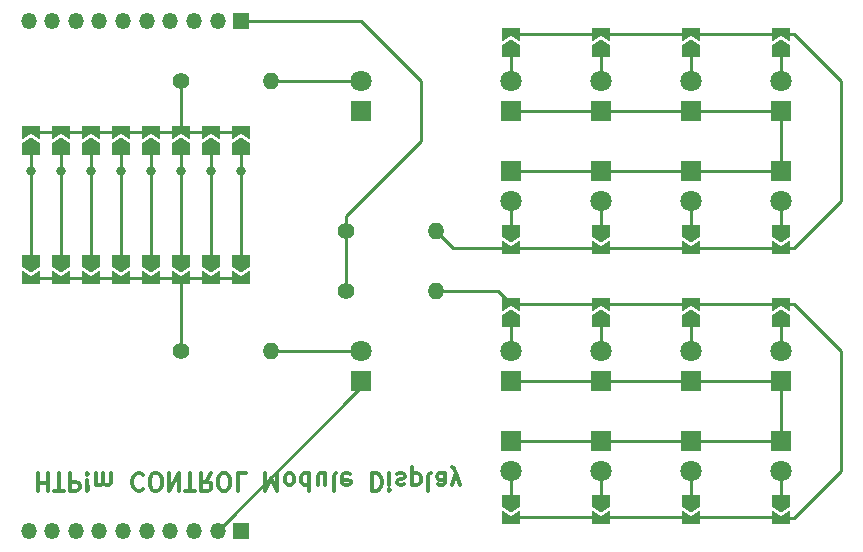
<source format=gbl>
%TF.GenerationSoftware,KiCad,Pcbnew,7.0.7*%
%TF.CreationDate,2023-10-07T17:43:20-07:00*%
%TF.ProjectId,htpm_control_display,6874706d-5f63-46f6-9e74-726f6c5f6469,1*%
%TF.SameCoordinates,Original*%
%TF.FileFunction,Copper,L2,Bot*%
%TF.FilePolarity,Positive*%
%FSLAX46Y46*%
G04 Gerber Fmt 4.6, Leading zero omitted, Abs format (unit mm)*
G04 Created by KiCad (PCBNEW 7.0.7) date 2023-10-07 17:43:20*
%MOMM*%
%LPD*%
G01*
G04 APERTURE LIST*
G04 Aperture macros list*
%AMFreePoly0*
4,1,6,1.000000,0.000000,0.500000,-0.750000,-0.500000,-0.750000,-0.500000,0.750000,0.500000,0.750000,1.000000,0.000000,1.000000,0.000000,$1*%
%AMFreePoly1*
4,1,6,0.500000,-0.750000,-0.650000,-0.750000,-0.150000,0.000000,-0.650000,0.750000,0.500000,0.750000,0.500000,-0.750000,0.500000,-0.750000,$1*%
G04 Aperture macros list end*
%ADD10C,0.300000*%
%TA.AperFunction,NonConductor*%
%ADD11C,0.300000*%
%TD*%
%TA.AperFunction,ComponentPad*%
%ADD12R,1.800000X1.800000*%
%TD*%
%TA.AperFunction,ComponentPad*%
%ADD13C,1.800000*%
%TD*%
%TA.AperFunction,ComponentPad*%
%ADD14C,1.400000*%
%TD*%
%TA.AperFunction,ComponentPad*%
%ADD15O,1.400000X1.400000*%
%TD*%
%TA.AperFunction,ComponentPad*%
%ADD16R,1.350000X1.350000*%
%TD*%
%TA.AperFunction,ComponentPad*%
%ADD17O,1.350000X1.350000*%
%TD*%
%TA.AperFunction,SMDPad,CuDef*%
%ADD18FreePoly0,90.000000*%
%TD*%
%TA.AperFunction,SMDPad,CuDef*%
%ADD19FreePoly1,90.000000*%
%TD*%
%TA.AperFunction,SMDPad,CuDef*%
%ADD20FreePoly0,270.000000*%
%TD*%
%TA.AperFunction,SMDPad,CuDef*%
%ADD21FreePoly1,270.000000*%
%TD*%
%TA.AperFunction,ViaPad*%
%ADD22C,0.800000*%
%TD*%
%TA.AperFunction,Conductor*%
%ADD23C,0.250000*%
%TD*%
G04 APERTURE END LIST*
D10*
D11*
X114854510Y-114499171D02*
X114854510Y-115999171D01*
X114854510Y-115284885D02*
X115711653Y-115284885D01*
X115711653Y-114499171D02*
X115711653Y-115999171D01*
X116211654Y-115999171D02*
X117068797Y-115999171D01*
X116640225Y-114499171D02*
X116640225Y-115999171D01*
X117568796Y-114499171D02*
X117568796Y-115999171D01*
X117568796Y-115999171D02*
X118140225Y-115999171D01*
X118140225Y-115999171D02*
X118283082Y-115927742D01*
X118283082Y-115927742D02*
X118354511Y-115856314D01*
X118354511Y-115856314D02*
X118425939Y-115713457D01*
X118425939Y-115713457D02*
X118425939Y-115499171D01*
X118425939Y-115499171D02*
X118354511Y-115356314D01*
X118354511Y-115356314D02*
X118283082Y-115284885D01*
X118283082Y-115284885D02*
X118140225Y-115213457D01*
X118140225Y-115213457D02*
X117568796Y-115213457D01*
X119068796Y-114642028D02*
X119140225Y-114570600D01*
X119140225Y-114570600D02*
X119068796Y-114499171D01*
X119068796Y-114499171D02*
X118997368Y-114570600D01*
X118997368Y-114570600D02*
X119068796Y-114642028D01*
X119068796Y-114642028D02*
X119068796Y-114499171D01*
X119068796Y-115070600D02*
X118997368Y-115927742D01*
X118997368Y-115927742D02*
X119068796Y-115999171D01*
X119068796Y-115999171D02*
X119140225Y-115927742D01*
X119140225Y-115927742D02*
X119068796Y-115070600D01*
X119068796Y-115070600D02*
X119068796Y-115999171D01*
X119783082Y-114499171D02*
X119783082Y-115499171D01*
X119783082Y-115356314D02*
X119854511Y-115427742D01*
X119854511Y-115427742D02*
X119997368Y-115499171D01*
X119997368Y-115499171D02*
X120211654Y-115499171D01*
X120211654Y-115499171D02*
X120354511Y-115427742D01*
X120354511Y-115427742D02*
X120425940Y-115284885D01*
X120425940Y-115284885D02*
X120425940Y-114499171D01*
X120425940Y-115284885D02*
X120497368Y-115427742D01*
X120497368Y-115427742D02*
X120640225Y-115499171D01*
X120640225Y-115499171D02*
X120854511Y-115499171D01*
X120854511Y-115499171D02*
X120997368Y-115427742D01*
X120997368Y-115427742D02*
X121068797Y-115284885D01*
X121068797Y-115284885D02*
X121068797Y-114499171D01*
X123783082Y-114642028D02*
X123711654Y-114570600D01*
X123711654Y-114570600D02*
X123497368Y-114499171D01*
X123497368Y-114499171D02*
X123354511Y-114499171D01*
X123354511Y-114499171D02*
X123140225Y-114570600D01*
X123140225Y-114570600D02*
X122997368Y-114713457D01*
X122997368Y-114713457D02*
X122925939Y-114856314D01*
X122925939Y-114856314D02*
X122854511Y-115142028D01*
X122854511Y-115142028D02*
X122854511Y-115356314D01*
X122854511Y-115356314D02*
X122925939Y-115642028D01*
X122925939Y-115642028D02*
X122997368Y-115784885D01*
X122997368Y-115784885D02*
X123140225Y-115927742D01*
X123140225Y-115927742D02*
X123354511Y-115999171D01*
X123354511Y-115999171D02*
X123497368Y-115999171D01*
X123497368Y-115999171D02*
X123711654Y-115927742D01*
X123711654Y-115927742D02*
X123783082Y-115856314D01*
X124711654Y-115999171D02*
X124997368Y-115999171D01*
X124997368Y-115999171D02*
X125140225Y-115927742D01*
X125140225Y-115927742D02*
X125283082Y-115784885D01*
X125283082Y-115784885D02*
X125354511Y-115499171D01*
X125354511Y-115499171D02*
X125354511Y-114999171D01*
X125354511Y-114999171D02*
X125283082Y-114713457D01*
X125283082Y-114713457D02*
X125140225Y-114570600D01*
X125140225Y-114570600D02*
X124997368Y-114499171D01*
X124997368Y-114499171D02*
X124711654Y-114499171D01*
X124711654Y-114499171D02*
X124568797Y-114570600D01*
X124568797Y-114570600D02*
X124425939Y-114713457D01*
X124425939Y-114713457D02*
X124354511Y-114999171D01*
X124354511Y-114999171D02*
X124354511Y-115499171D01*
X124354511Y-115499171D02*
X124425939Y-115784885D01*
X124425939Y-115784885D02*
X124568797Y-115927742D01*
X124568797Y-115927742D02*
X124711654Y-115999171D01*
X125997368Y-114499171D02*
X125997368Y-115999171D01*
X125997368Y-115999171D02*
X126854511Y-114499171D01*
X126854511Y-114499171D02*
X126854511Y-115999171D01*
X127354512Y-115999171D02*
X128211655Y-115999171D01*
X127783083Y-114499171D02*
X127783083Y-115999171D01*
X129568797Y-114499171D02*
X129068797Y-115213457D01*
X128711654Y-114499171D02*
X128711654Y-115999171D01*
X128711654Y-115999171D02*
X129283083Y-115999171D01*
X129283083Y-115999171D02*
X129425940Y-115927742D01*
X129425940Y-115927742D02*
X129497369Y-115856314D01*
X129497369Y-115856314D02*
X129568797Y-115713457D01*
X129568797Y-115713457D02*
X129568797Y-115499171D01*
X129568797Y-115499171D02*
X129497369Y-115356314D01*
X129497369Y-115356314D02*
X129425940Y-115284885D01*
X129425940Y-115284885D02*
X129283083Y-115213457D01*
X129283083Y-115213457D02*
X128711654Y-115213457D01*
X130497369Y-115999171D02*
X130783083Y-115999171D01*
X130783083Y-115999171D02*
X130925940Y-115927742D01*
X130925940Y-115927742D02*
X131068797Y-115784885D01*
X131068797Y-115784885D02*
X131140226Y-115499171D01*
X131140226Y-115499171D02*
X131140226Y-114999171D01*
X131140226Y-114999171D02*
X131068797Y-114713457D01*
X131068797Y-114713457D02*
X130925940Y-114570600D01*
X130925940Y-114570600D02*
X130783083Y-114499171D01*
X130783083Y-114499171D02*
X130497369Y-114499171D01*
X130497369Y-114499171D02*
X130354512Y-114570600D01*
X130354512Y-114570600D02*
X130211654Y-114713457D01*
X130211654Y-114713457D02*
X130140226Y-114999171D01*
X130140226Y-114999171D02*
X130140226Y-115499171D01*
X130140226Y-115499171D02*
X130211654Y-115784885D01*
X130211654Y-115784885D02*
X130354512Y-115927742D01*
X130354512Y-115927742D02*
X130497369Y-115999171D01*
X132497369Y-114499171D02*
X131783083Y-114499171D01*
X131783083Y-114499171D02*
X131783083Y-115999171D01*
X134140226Y-114499171D02*
X134140226Y-115999171D01*
X134140226Y-115999171D02*
X134640226Y-114927742D01*
X134640226Y-114927742D02*
X135140226Y-115999171D01*
X135140226Y-115999171D02*
X135140226Y-114499171D01*
X136068798Y-114499171D02*
X135925941Y-114570600D01*
X135925941Y-114570600D02*
X135854512Y-114642028D01*
X135854512Y-114642028D02*
X135783084Y-114784885D01*
X135783084Y-114784885D02*
X135783084Y-115213457D01*
X135783084Y-115213457D02*
X135854512Y-115356314D01*
X135854512Y-115356314D02*
X135925941Y-115427742D01*
X135925941Y-115427742D02*
X136068798Y-115499171D01*
X136068798Y-115499171D02*
X136283084Y-115499171D01*
X136283084Y-115499171D02*
X136425941Y-115427742D01*
X136425941Y-115427742D02*
X136497370Y-115356314D01*
X136497370Y-115356314D02*
X136568798Y-115213457D01*
X136568798Y-115213457D02*
X136568798Y-114784885D01*
X136568798Y-114784885D02*
X136497370Y-114642028D01*
X136497370Y-114642028D02*
X136425941Y-114570600D01*
X136425941Y-114570600D02*
X136283084Y-114499171D01*
X136283084Y-114499171D02*
X136068798Y-114499171D01*
X137854513Y-114499171D02*
X137854513Y-115999171D01*
X137854513Y-114570600D02*
X137711655Y-114499171D01*
X137711655Y-114499171D02*
X137425941Y-114499171D01*
X137425941Y-114499171D02*
X137283084Y-114570600D01*
X137283084Y-114570600D02*
X137211655Y-114642028D01*
X137211655Y-114642028D02*
X137140227Y-114784885D01*
X137140227Y-114784885D02*
X137140227Y-115213457D01*
X137140227Y-115213457D02*
X137211655Y-115356314D01*
X137211655Y-115356314D02*
X137283084Y-115427742D01*
X137283084Y-115427742D02*
X137425941Y-115499171D01*
X137425941Y-115499171D02*
X137711655Y-115499171D01*
X137711655Y-115499171D02*
X137854513Y-115427742D01*
X139211656Y-115499171D02*
X139211656Y-114499171D01*
X138568798Y-115499171D02*
X138568798Y-114713457D01*
X138568798Y-114713457D02*
X138640227Y-114570600D01*
X138640227Y-114570600D02*
X138783084Y-114499171D01*
X138783084Y-114499171D02*
X138997370Y-114499171D01*
X138997370Y-114499171D02*
X139140227Y-114570600D01*
X139140227Y-114570600D02*
X139211656Y-114642028D01*
X140140227Y-114499171D02*
X139997370Y-114570600D01*
X139997370Y-114570600D02*
X139925941Y-114713457D01*
X139925941Y-114713457D02*
X139925941Y-115999171D01*
X141283084Y-114570600D02*
X141140227Y-114499171D01*
X141140227Y-114499171D02*
X140854513Y-114499171D01*
X140854513Y-114499171D02*
X140711655Y-114570600D01*
X140711655Y-114570600D02*
X140640227Y-114713457D01*
X140640227Y-114713457D02*
X140640227Y-115284885D01*
X140640227Y-115284885D02*
X140711655Y-115427742D01*
X140711655Y-115427742D02*
X140854513Y-115499171D01*
X140854513Y-115499171D02*
X141140227Y-115499171D01*
X141140227Y-115499171D02*
X141283084Y-115427742D01*
X141283084Y-115427742D02*
X141354513Y-115284885D01*
X141354513Y-115284885D02*
X141354513Y-115142028D01*
X141354513Y-115142028D02*
X140640227Y-114999171D01*
X143140226Y-114499171D02*
X143140226Y-115999171D01*
X143140226Y-115999171D02*
X143497369Y-115999171D01*
X143497369Y-115999171D02*
X143711655Y-115927742D01*
X143711655Y-115927742D02*
X143854512Y-115784885D01*
X143854512Y-115784885D02*
X143925941Y-115642028D01*
X143925941Y-115642028D02*
X143997369Y-115356314D01*
X143997369Y-115356314D02*
X143997369Y-115142028D01*
X143997369Y-115142028D02*
X143925941Y-114856314D01*
X143925941Y-114856314D02*
X143854512Y-114713457D01*
X143854512Y-114713457D02*
X143711655Y-114570600D01*
X143711655Y-114570600D02*
X143497369Y-114499171D01*
X143497369Y-114499171D02*
X143140226Y-114499171D01*
X144640226Y-114499171D02*
X144640226Y-115499171D01*
X144640226Y-115999171D02*
X144568798Y-115927742D01*
X144568798Y-115927742D02*
X144640226Y-115856314D01*
X144640226Y-115856314D02*
X144711655Y-115927742D01*
X144711655Y-115927742D02*
X144640226Y-115999171D01*
X144640226Y-115999171D02*
X144640226Y-115856314D01*
X145283084Y-114570600D02*
X145425941Y-114499171D01*
X145425941Y-114499171D02*
X145711655Y-114499171D01*
X145711655Y-114499171D02*
X145854512Y-114570600D01*
X145854512Y-114570600D02*
X145925941Y-114713457D01*
X145925941Y-114713457D02*
X145925941Y-114784885D01*
X145925941Y-114784885D02*
X145854512Y-114927742D01*
X145854512Y-114927742D02*
X145711655Y-114999171D01*
X145711655Y-114999171D02*
X145497370Y-114999171D01*
X145497370Y-114999171D02*
X145354512Y-115070600D01*
X145354512Y-115070600D02*
X145283084Y-115213457D01*
X145283084Y-115213457D02*
X145283084Y-115284885D01*
X145283084Y-115284885D02*
X145354512Y-115427742D01*
X145354512Y-115427742D02*
X145497370Y-115499171D01*
X145497370Y-115499171D02*
X145711655Y-115499171D01*
X145711655Y-115499171D02*
X145854512Y-115427742D01*
X146568798Y-115499171D02*
X146568798Y-113999171D01*
X146568798Y-115427742D02*
X146711656Y-115499171D01*
X146711656Y-115499171D02*
X146997370Y-115499171D01*
X146997370Y-115499171D02*
X147140227Y-115427742D01*
X147140227Y-115427742D02*
X147211656Y-115356314D01*
X147211656Y-115356314D02*
X147283084Y-115213457D01*
X147283084Y-115213457D02*
X147283084Y-114784885D01*
X147283084Y-114784885D02*
X147211656Y-114642028D01*
X147211656Y-114642028D02*
X147140227Y-114570600D01*
X147140227Y-114570600D02*
X146997370Y-114499171D01*
X146997370Y-114499171D02*
X146711656Y-114499171D01*
X146711656Y-114499171D02*
X146568798Y-114570600D01*
X148140227Y-114499171D02*
X147997370Y-114570600D01*
X147997370Y-114570600D02*
X147925941Y-114713457D01*
X147925941Y-114713457D02*
X147925941Y-115999171D01*
X149354513Y-114499171D02*
X149354513Y-115284885D01*
X149354513Y-115284885D02*
X149283084Y-115427742D01*
X149283084Y-115427742D02*
X149140227Y-115499171D01*
X149140227Y-115499171D02*
X148854513Y-115499171D01*
X148854513Y-115499171D02*
X148711655Y-115427742D01*
X149354513Y-114570600D02*
X149211655Y-114499171D01*
X149211655Y-114499171D02*
X148854513Y-114499171D01*
X148854513Y-114499171D02*
X148711655Y-114570600D01*
X148711655Y-114570600D02*
X148640227Y-114713457D01*
X148640227Y-114713457D02*
X148640227Y-114856314D01*
X148640227Y-114856314D02*
X148711655Y-114999171D01*
X148711655Y-114999171D02*
X148854513Y-115070600D01*
X148854513Y-115070600D02*
X149211655Y-115070600D01*
X149211655Y-115070600D02*
X149354513Y-115142028D01*
X149925941Y-115499171D02*
X150283084Y-114499171D01*
X150640227Y-115499171D02*
X150283084Y-114499171D01*
X150283084Y-114499171D02*
X150140227Y-114142028D01*
X150140227Y-114142028D02*
X150068798Y-114070600D01*
X150068798Y-114070600D02*
X149925941Y-113999171D01*
D12*
%TO.P,D15,1,K*%
%TO.N,GND*%
X154940000Y-111760000D03*
D13*
%TO.P,D15,2,A*%
%TO.N,Net-(D15-A)*%
X154940000Y-114300000D03*
%TD*%
D12*
%TO.P,D2,1,K*%
%TO.N,GND*%
X142240000Y-106680000D03*
D13*
%TO.P,D2,2,A*%
%TO.N,Net-(D2-A)*%
X142240000Y-104140000D03*
%TD*%
D14*
%TO.P,R1,1*%
%TO.N,Net-(JP25-B)*%
X127000000Y-81280000D03*
D15*
%TO.P,R1,2*%
%TO.N,Net-(D1-A)*%
X134620000Y-81280000D03*
%TD*%
D12*
%TO.P,D1,1,K*%
%TO.N,GND*%
X142240000Y-83820000D03*
D13*
%TO.P,D1,2,A*%
%TO.N,Net-(D1-A)*%
X142240000Y-81280000D03*
%TD*%
D12*
%TO.P,D12,1,K*%
%TO.N,GND*%
X162560000Y-106680000D03*
D13*
%TO.P,D12,2,A*%
%TO.N,Net-(D12-A)*%
X162560000Y-104140000D03*
%TD*%
D12*
%TO.P,D5,1,K*%
%TO.N,GND*%
X170180000Y-83820000D03*
D13*
%TO.P,D5,2,A*%
%TO.N,Net-(D5-A)*%
X170180000Y-81280000D03*
%TD*%
D12*
%TO.P,D6,1,K*%
%TO.N,GND*%
X177800000Y-83820000D03*
D13*
%TO.P,D6,2,A*%
%TO.N,Net-(D6-A)*%
X177800000Y-81280000D03*
%TD*%
D12*
%TO.P,D8,1,K*%
%TO.N,GND*%
X162560000Y-88900000D03*
D13*
%TO.P,D8,2,A*%
%TO.N,Net-(D8-A)*%
X162560000Y-91440000D03*
%TD*%
D12*
%TO.P,D17,1,K*%
%TO.N,GND*%
X170180000Y-111760000D03*
D13*
%TO.P,D17,2,A*%
%TO.N,Net-(D17-A)*%
X170180000Y-114300000D03*
%TD*%
D16*
%TO.P,J1,1,Pin_1*%
%TO.N,+3.3V*%
X132080000Y-76200000D03*
D17*
%TO.P,J1,2,Pin_2*%
%TO.N,GND*%
X130080000Y-76200000D03*
%TO.P,J1,3,Pin_3*%
%TO.N,Net-(J1-Pin_3)*%
X128080000Y-76200000D03*
%TO.P,J1,4,Pin_4*%
%TO.N,Net-(J1-Pin_4)*%
X126080000Y-76200000D03*
%TO.P,J1,5,Pin_5*%
%TO.N,Net-(J1-Pin_5)*%
X124080000Y-76200000D03*
%TO.P,J1,6,Pin_6*%
%TO.N,Net-(J1-Pin_6)*%
X122080000Y-76200000D03*
%TO.P,J1,7,Pin_7*%
%TO.N,Net-(J1-Pin_7)*%
X120080000Y-76200000D03*
%TO.P,J1,8,Pin_8*%
%TO.N,Net-(J1-Pin_8)*%
X118080000Y-76200000D03*
%TO.P,J1,9,Pin_9*%
%TO.N,Net-(J1-Pin_9)*%
X116080000Y-76200000D03*
%TO.P,J1,10,Pin_10*%
%TO.N,Net-(J1-Pin_10)*%
X114080000Y-76200000D03*
%TD*%
D14*
%TO.P,R3,1*%
%TO.N,+3.3V*%
X140970000Y-99060000D03*
D15*
%TO.P,R3,2*%
%TO.N,Net-(JP10-B)*%
X148590000Y-99060000D03*
%TD*%
D12*
%TO.P,D14,1,K*%
%TO.N,GND*%
X177800000Y-106680000D03*
D13*
%TO.P,D14,2,A*%
%TO.N,Net-(D14-A)*%
X177800000Y-104140000D03*
%TD*%
D12*
%TO.P,D10,1,K*%
%TO.N,GND*%
X177800000Y-88900000D03*
D13*
%TO.P,D10,2,A*%
%TO.N,Net-(D10-A)*%
X177800000Y-91440000D03*
%TD*%
D12*
%TO.P,D4,1,K*%
%TO.N,GND*%
X162560000Y-83820000D03*
D13*
%TO.P,D4,2,A*%
%TO.N,Net-(D4-A)*%
X162560000Y-81280000D03*
%TD*%
D12*
%TO.P,D3,1,K*%
%TO.N,GND*%
X154940000Y-83820000D03*
D13*
%TO.P,D3,2,A*%
%TO.N,Net-(D3-A)*%
X154940000Y-81280000D03*
%TD*%
D12*
%TO.P,D16,1,K*%
%TO.N,GND*%
X162560000Y-111760000D03*
D13*
%TO.P,D16,2,A*%
%TO.N,Net-(D16-A)*%
X162560000Y-114300000D03*
%TD*%
D12*
%TO.P,D18,1,K*%
%TO.N,GND*%
X177800000Y-111760000D03*
D13*
%TO.P,D18,2,A*%
%TO.N,Net-(D18-A)*%
X177800000Y-114300000D03*
%TD*%
D12*
%TO.P,D9,1,K*%
%TO.N,GND*%
X170180000Y-88900000D03*
D13*
%TO.P,D9,2,A*%
%TO.N,Net-(D9-A)*%
X170180000Y-91440000D03*
%TD*%
D12*
%TO.P,D13,1,K*%
%TO.N,GND*%
X170180000Y-106680000D03*
D13*
%TO.P,D13,2,A*%
%TO.N,Net-(D13-A)*%
X170180000Y-104140000D03*
%TD*%
D16*
%TO.P,J2,1,Pin_1*%
%TO.N,+3.3V*%
X132080000Y-119380000D03*
D17*
%TO.P,J2,2,Pin_2*%
%TO.N,GND*%
X130080000Y-119380000D03*
%TO.P,J2,3,Pin_3*%
%TO.N,Net-(J1-Pin_3)*%
X128080000Y-119380000D03*
%TO.P,J2,4,Pin_4*%
%TO.N,Net-(J1-Pin_4)*%
X126080000Y-119380000D03*
%TO.P,J2,5,Pin_5*%
%TO.N,Net-(J1-Pin_5)*%
X124080000Y-119380000D03*
%TO.P,J2,6,Pin_6*%
%TO.N,Net-(J1-Pin_6)*%
X122080000Y-119380000D03*
%TO.P,J2,7,Pin_7*%
%TO.N,Net-(J1-Pin_7)*%
X120080000Y-119380000D03*
%TO.P,J2,8,Pin_8*%
%TO.N,Net-(J1-Pin_8)*%
X118080000Y-119380000D03*
%TO.P,J2,9,Pin_9*%
%TO.N,Net-(J1-Pin_9)*%
X116080000Y-119380000D03*
%TO.P,J2,10,Pin_10*%
%TO.N,Net-(J1-Pin_10)*%
X114080000Y-119380000D03*
%TD*%
D12*
%TO.P,D11,1,K*%
%TO.N,GND*%
X154940000Y-106680000D03*
D13*
%TO.P,D11,2,A*%
%TO.N,Net-(D11-A)*%
X154940000Y-104140000D03*
%TD*%
D14*
%TO.P,R4,1*%
%TO.N,+3.3V*%
X140970000Y-93980000D03*
D15*
%TO.P,R4,2*%
%TO.N,Net-(JP1-B)*%
X148590000Y-93980000D03*
%TD*%
D14*
%TO.P,R2,1*%
%TO.N,Net-(JP17-B)*%
X127000000Y-104140000D03*
D15*
%TO.P,R2,2*%
%TO.N,Net-(D2-A)*%
X134620000Y-104140000D03*
%TD*%
D12*
%TO.P,D7,1,K*%
%TO.N,GND*%
X154940000Y-88900000D03*
D13*
%TO.P,D7,2,A*%
%TO.N,Net-(D7-A)*%
X154940000Y-91440000D03*
%TD*%
D18*
%TO.P,JP25,1,A*%
%TO.N,Net-(J1-Pin_3)*%
X132080000Y-87085000D03*
D19*
%TO.P,JP25,2,B*%
%TO.N,Net-(JP25-B)*%
X132080000Y-85635000D03*
%TD*%
D18*
%TO.P,JP26,1,A*%
%TO.N,Net-(J1-Pin_4)*%
X129540000Y-87085000D03*
D19*
%TO.P,JP26,2,B*%
%TO.N,Net-(JP25-B)*%
X129540000Y-85635000D03*
%TD*%
D20*
%TO.P,JP14,1,A*%
%TO.N,Net-(D16-A)*%
X162560000Y-116840000D03*
D21*
%TO.P,JP14,2,B*%
%TO.N,Net-(JP10-B)*%
X162560000Y-118290000D03*
%TD*%
D18*
%TO.P,JP30,1,A*%
%TO.N,Net-(J1-Pin_8)*%
X119380000Y-87085000D03*
D19*
%TO.P,JP30,2,B*%
%TO.N,Net-(JP25-B)*%
X119380000Y-85635000D03*
%TD*%
D20*
%TO.P,JP15,1,A*%
%TO.N,Net-(D17-A)*%
X170180000Y-116840000D03*
D21*
%TO.P,JP15,2,B*%
%TO.N,Net-(JP10-B)*%
X170180000Y-118290000D03*
%TD*%
D20*
%TO.P,JP22,1,A*%
%TO.N,Net-(J1-Pin_5)*%
X127000000Y-96520000D03*
D21*
%TO.P,JP22,2,B*%
%TO.N,Net-(JP17-B)*%
X127000000Y-97970000D03*
%TD*%
D20*
%TO.P,JP18,1,A*%
%TO.N,Net-(J1-Pin_9)*%
X116840000Y-96520000D03*
D21*
%TO.P,JP18,2,B*%
%TO.N,Net-(JP17-B)*%
X116840000Y-97970000D03*
%TD*%
D18*
%TO.P,JP28,1,A*%
%TO.N,Net-(J1-Pin_6)*%
X124460000Y-87085000D03*
D19*
%TO.P,JP28,2,B*%
%TO.N,Net-(JP25-B)*%
X124460000Y-85635000D03*
%TD*%
D18*
%TO.P,JP29,1,A*%
%TO.N,Net-(J1-Pin_7)*%
X121920000Y-87085000D03*
D19*
%TO.P,JP29,2,B*%
%TO.N,Net-(JP25-B)*%
X121920000Y-85635000D03*
%TD*%
D20*
%TO.P,JP20,1,A*%
%TO.N,Net-(J1-Pin_7)*%
X121920000Y-96520000D03*
D21*
%TO.P,JP20,2,B*%
%TO.N,Net-(JP17-B)*%
X121920000Y-97970000D03*
%TD*%
D18*
%TO.P,JP27,1,A*%
%TO.N,Net-(J1-Pin_5)*%
X127000000Y-87085000D03*
D19*
%TO.P,JP27,2,B*%
%TO.N,Net-(JP25-B)*%
X127000000Y-85635000D03*
%TD*%
D18*
%TO.P,JP12,1,A*%
%TO.N,Net-(D14-A)*%
X177800000Y-101600000D03*
D19*
%TO.P,JP12,2,B*%
%TO.N,Net-(JP10-B)*%
X177800000Y-100150000D03*
%TD*%
D20*
%TO.P,JP24,1,A*%
%TO.N,Net-(J1-Pin_3)*%
X132080000Y-96520000D03*
D21*
%TO.P,JP24,2,B*%
%TO.N,Net-(JP17-B)*%
X132080000Y-97970000D03*
%TD*%
D18*
%TO.P,JP11,1,A*%
%TO.N,Net-(D13-A)*%
X170180000Y-101600000D03*
D19*
%TO.P,JP11,2,B*%
%TO.N,Net-(JP10-B)*%
X170180000Y-100150000D03*
%TD*%
D20*
%TO.P,JP13,1,A*%
%TO.N,Net-(D15-A)*%
X154940000Y-116840000D03*
D21*
%TO.P,JP13,2,B*%
%TO.N,Net-(JP10-B)*%
X154940000Y-118290000D03*
%TD*%
D20*
%TO.P,JP8,1,A*%
%TO.N,Net-(D10-A)*%
X177800000Y-93980000D03*
D21*
%TO.P,JP8,2,B*%
%TO.N,Net-(JP1-B)*%
X177800000Y-95430000D03*
%TD*%
D20*
%TO.P,JP5,1,A*%
%TO.N,Net-(D7-A)*%
X154940000Y-93980000D03*
D21*
%TO.P,JP5,2,B*%
%TO.N,Net-(JP1-B)*%
X154940000Y-95430000D03*
%TD*%
D18*
%TO.P,JP2,1,A*%
%TO.N,Net-(D4-A)*%
X162560000Y-78740000D03*
D19*
%TO.P,JP2,2,B*%
%TO.N,Net-(JP1-B)*%
X162560000Y-77290000D03*
%TD*%
D18*
%TO.P,JP32,1,A*%
%TO.N,Net-(J1-Pin_10)*%
X114300000Y-87085000D03*
D19*
%TO.P,JP32,2,B*%
%TO.N,Net-(JP25-B)*%
X114300000Y-85635000D03*
%TD*%
D18*
%TO.P,JP3,1,A*%
%TO.N,Net-(D5-A)*%
X170180000Y-78740000D03*
D19*
%TO.P,JP3,2,B*%
%TO.N,Net-(JP1-B)*%
X170180000Y-77290000D03*
%TD*%
D18*
%TO.P,JP31,1,A*%
%TO.N,Net-(J1-Pin_9)*%
X116840000Y-87085000D03*
D19*
%TO.P,JP31,2,B*%
%TO.N,Net-(JP25-B)*%
X116840000Y-85635000D03*
%TD*%
D20*
%TO.P,JP21,1,A*%
%TO.N,Net-(J1-Pin_6)*%
X124460000Y-96520000D03*
D21*
%TO.P,JP21,2,B*%
%TO.N,Net-(JP17-B)*%
X124460000Y-97970000D03*
%TD*%
D18*
%TO.P,JP9,1,A*%
%TO.N,Net-(D11-A)*%
X154940000Y-101600000D03*
D19*
%TO.P,JP9,2,B*%
%TO.N,Net-(JP10-B)*%
X154940000Y-100150000D03*
%TD*%
D20*
%TO.P,JP16,1,A*%
%TO.N,Net-(D18-A)*%
X177800000Y-116840000D03*
D21*
%TO.P,JP16,2,B*%
%TO.N,Net-(JP10-B)*%
X177800000Y-118290000D03*
%TD*%
D18*
%TO.P,JP10,1,A*%
%TO.N,Net-(D12-A)*%
X162560000Y-101600000D03*
D19*
%TO.P,JP10,2,B*%
%TO.N,Net-(JP10-B)*%
X162560000Y-100150000D03*
%TD*%
D18*
%TO.P,JP4,1,A*%
%TO.N,Net-(D6-A)*%
X177800000Y-78740000D03*
D19*
%TO.P,JP4,2,B*%
%TO.N,Net-(JP1-B)*%
X177800000Y-77290000D03*
%TD*%
D20*
%TO.P,JP6,1,A*%
%TO.N,Net-(D8-A)*%
X162560000Y-93980000D03*
D21*
%TO.P,JP6,2,B*%
%TO.N,Net-(JP1-B)*%
X162560000Y-95430000D03*
%TD*%
D20*
%TO.P,JP19,1,A*%
%TO.N,Net-(J1-Pin_8)*%
X119380000Y-96520000D03*
D21*
%TO.P,JP19,2,B*%
%TO.N,Net-(JP17-B)*%
X119380000Y-97970000D03*
%TD*%
D20*
%TO.P,JP23,1,A*%
%TO.N,Net-(J1-Pin_4)*%
X129540000Y-96520000D03*
D21*
%TO.P,JP23,2,B*%
%TO.N,Net-(JP17-B)*%
X129540000Y-97970000D03*
%TD*%
D20*
%TO.P,JP7,1,A*%
%TO.N,Net-(D9-A)*%
X170180000Y-93980000D03*
D21*
%TO.P,JP7,2,B*%
%TO.N,Net-(JP1-B)*%
X170180000Y-95430000D03*
%TD*%
D20*
%TO.P,JP17,1,A*%
%TO.N,Net-(J1-Pin_10)*%
X114300000Y-96520000D03*
D21*
%TO.P,JP17,2,B*%
%TO.N,Net-(JP17-B)*%
X114300000Y-97970000D03*
%TD*%
D18*
%TO.P,JP1,1,A*%
%TO.N,Net-(D3-A)*%
X154940000Y-78740000D03*
D19*
%TO.P,JP1,2,B*%
%TO.N,Net-(JP1-B)*%
X154940000Y-77290000D03*
%TD*%
D22*
%TO.N,Net-(J1-Pin_3)*%
X132080000Y-88900000D03*
%TO.N,Net-(J1-Pin_4)*%
X129540000Y-88900000D03*
%TO.N,Net-(J1-Pin_5)*%
X127000000Y-88900000D03*
%TO.N,Net-(J1-Pin_6)*%
X124460000Y-88900000D03*
%TO.N,Net-(J1-Pin_7)*%
X121920000Y-88900000D03*
%TO.N,Net-(J1-Pin_8)*%
X119380000Y-88900000D03*
%TO.N,Net-(J1-Pin_9)*%
X116840000Y-88900000D03*
%TO.N,Net-(J1-Pin_10)*%
X114300000Y-88900000D03*
%TD*%
D23*
%TO.N,GND*%
X177800000Y-83820000D02*
X177800000Y-88900000D01*
X177800000Y-106680000D02*
X177800000Y-111760000D01*
X154940000Y-106680000D02*
X177800000Y-106680000D01*
X130080000Y-119380000D02*
X142240000Y-107220000D01*
X154940000Y-111760000D02*
X177800000Y-111760000D01*
X142240000Y-107220000D02*
X142240000Y-106680000D01*
X177800000Y-88900000D02*
X154940000Y-88900000D01*
X154940000Y-83820000D02*
X177800000Y-83820000D01*
%TO.N,Net-(D1-A)*%
X134620000Y-81280000D02*
X142240000Y-81280000D01*
%TO.N,Net-(D2-A)*%
X134620000Y-104140000D02*
X142240000Y-104140000D01*
%TO.N,Net-(D3-A)*%
X154940000Y-78740000D02*
X154940000Y-81280000D01*
%TO.N,Net-(D4-A)*%
X162560000Y-78740000D02*
X162560000Y-81280000D01*
%TO.N,Net-(D5-A)*%
X170180000Y-78740000D02*
X170180000Y-81280000D01*
%TO.N,Net-(D6-A)*%
X177800000Y-78740000D02*
X177800000Y-81280000D01*
%TO.N,Net-(D7-A)*%
X154940000Y-93980000D02*
X154940000Y-91440000D01*
%TO.N,Net-(D8-A)*%
X162560000Y-93980000D02*
X162560000Y-91440000D01*
%TO.N,Net-(D9-A)*%
X170180000Y-93980000D02*
X170180000Y-91440000D01*
%TO.N,Net-(D10-A)*%
X177800000Y-93980000D02*
X177800000Y-91440000D01*
%TO.N,Net-(D11-A)*%
X154940000Y-101600000D02*
X154940000Y-104140000D01*
%TO.N,Net-(D12-A)*%
X162560000Y-101600000D02*
X162560000Y-104140000D01*
%TO.N,Net-(D13-A)*%
X170180000Y-101600000D02*
X170180000Y-104140000D01*
%TO.N,Net-(D14-A)*%
X177800000Y-101600000D02*
X177800000Y-104140000D01*
%TO.N,Net-(D15-A)*%
X154940000Y-116840000D02*
X154940000Y-114300000D01*
%TO.N,Net-(D16-A)*%
X162560000Y-116840000D02*
X162560000Y-114300000D01*
%TO.N,Net-(D17-A)*%
X170180000Y-116840000D02*
X170180000Y-114300000D01*
%TO.N,Net-(D18-A)*%
X177800000Y-116840000D02*
X177800000Y-114300000D01*
%TO.N,+3.3V*%
X147320000Y-86360000D02*
X140970000Y-92710000D01*
X140970000Y-92710000D02*
X140970000Y-93980000D01*
X147320000Y-81280000D02*
X147320000Y-86360000D01*
X140970000Y-93980000D02*
X140970000Y-99060000D01*
X132080000Y-76200000D02*
X142240000Y-76200000D01*
X142240000Y-76200000D02*
X147320000Y-81280000D01*
%TO.N,Net-(J1-Pin_3)*%
X132080000Y-96520000D02*
X132080000Y-88900000D01*
X132080000Y-88900000D02*
X132080000Y-87085000D01*
%TO.N,Net-(J1-Pin_4)*%
X129540000Y-87085000D02*
X129540000Y-88900000D01*
X129540000Y-88900000D02*
X129540000Y-96520000D01*
%TO.N,Net-(J1-Pin_5)*%
X127000000Y-96520000D02*
X127000000Y-88900000D01*
X127000000Y-88900000D02*
X127000000Y-87085000D01*
%TO.N,Net-(J1-Pin_6)*%
X124460000Y-88900000D02*
X124460000Y-96520000D01*
X124460000Y-87085000D02*
X124460000Y-88900000D01*
%TO.N,Net-(J1-Pin_7)*%
X121920000Y-96520000D02*
X121920000Y-88900000D01*
X121920000Y-88900000D02*
X121920000Y-87085000D01*
%TO.N,Net-(J1-Pin_8)*%
X119380000Y-88900000D02*
X119380000Y-96520000D01*
X119380000Y-87085000D02*
X119380000Y-88900000D01*
%TO.N,Net-(J1-Pin_9)*%
X116840000Y-96520000D02*
X116840000Y-88900000D01*
X116840000Y-88900000D02*
X116840000Y-87085000D01*
%TO.N,Net-(J1-Pin_10)*%
X114300000Y-88900000D02*
X114300000Y-96520000D01*
X114300000Y-87085000D02*
X114300000Y-88900000D01*
%TO.N,Net-(JP1-B)*%
X177800000Y-77290000D02*
X178890000Y-77290000D01*
X177800000Y-95430000D02*
X154940000Y-95430000D01*
X150040000Y-95430000D02*
X154940000Y-95430000D01*
X148590000Y-93980000D02*
X150040000Y-95430000D01*
X178890000Y-77290000D02*
X182880000Y-81280000D01*
X182880000Y-81280000D02*
X182880000Y-91440000D01*
X154940000Y-77290000D02*
X177800000Y-77290000D01*
X178890000Y-95430000D02*
X177800000Y-95430000D01*
X182880000Y-91440000D02*
X178890000Y-95430000D01*
%TO.N,Net-(JP17-B)*%
X127000000Y-97970000D02*
X127000000Y-104140000D01*
X114300000Y-97970000D02*
X132080000Y-97970000D01*
%TO.N,Net-(JP25-B)*%
X127000000Y-85635000D02*
X127000000Y-81280000D01*
X114300000Y-85635000D02*
X132080000Y-85635000D01*
%TO.N,Net-(JP10-B)*%
X177675000Y-118165000D02*
X177800000Y-118290000D01*
X154940000Y-100150000D02*
X177800000Y-100150000D01*
X153850000Y-99060000D02*
X154940000Y-100150000D01*
X177800000Y-100150000D02*
X178890000Y-100150000D01*
X178890000Y-118290000D02*
X177800000Y-118290000D01*
X154940000Y-118290000D02*
X155065000Y-118165000D01*
X182880000Y-114300000D02*
X178890000Y-118290000D01*
X148590000Y-99060000D02*
X153850000Y-99060000D01*
X155065000Y-118165000D02*
X177675000Y-118165000D01*
X182880000Y-104140000D02*
X182880000Y-114300000D01*
X178890000Y-100150000D02*
X182880000Y-104140000D01*
%TD*%
M02*

</source>
